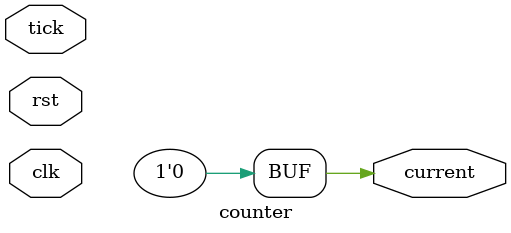
<source format=sv>
`ifndef __COUNTER_SV__
`define __COUNTER_SV__

module counter #(
  parameter int BOUND = 1,
  parameter int WIDTH = $clog2(BOUND)
) (
  input var tick,
  output var current,

  input var clk,
  input var rst
);

if(BOUND === 1) begin
  logic _unused = &{ tick, clk, rst };
  assign current = '0;
end else begin
  parameter WIDTH = $clog2(BOUND);
  logic [WIDTH-1:0] cnt;
  assign current = cnt;

  always_ff @(posedge clk or posedge rst) begin
    if(rst) cnt <= 0;
    else if(tick) begin
      if(cnt === BOUND - 1) begin
        cnt <= 0;
      end else begin
        cnt <= cnt + 1;
      end
    end
  end
end

endmodule

`endif // __COUNTER_SV__

</source>
